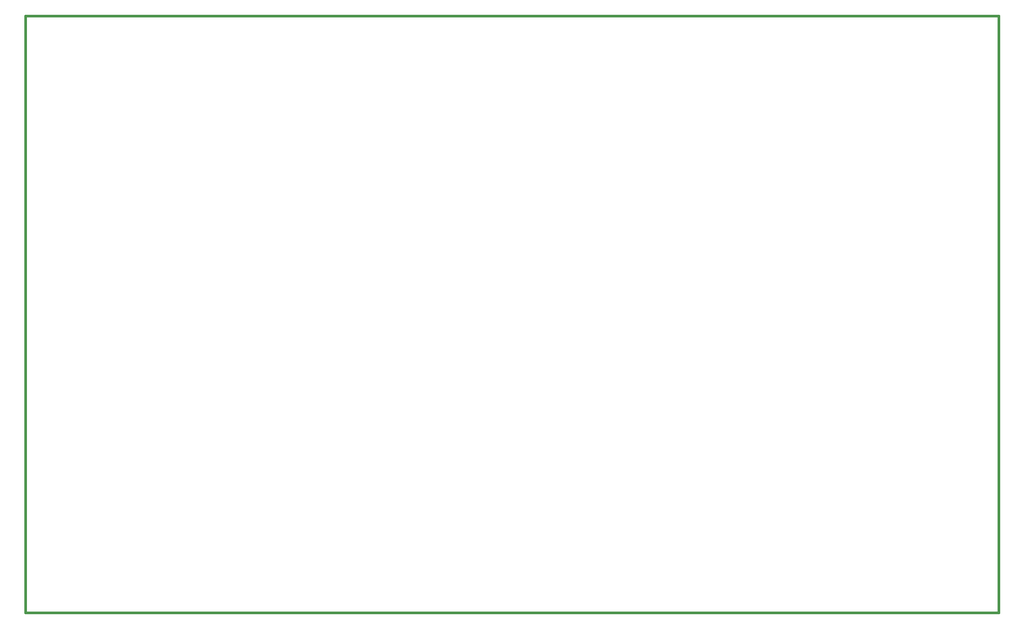
<source format=gbr>
G04 (created by PCBNEW (2013-03-19 BZR 4004)-stable) date 17.12.2013 14:30:56*
%MOIN*%
G04 Gerber Fmt 3.4, Leading zero omitted, Abs format*
%FSLAX34Y34*%
G01*
G70*
G90*
G04 APERTURE LIST*
%ADD10C,2.3622e-006*%
%ADD11C,0.015*%
G04 APERTURE END LIST*
G54D10*
G54D11*
X29527Y-47992D02*
X29527Y-10314D01*
X90866Y-47992D02*
X29527Y-47992D01*
X90866Y-10314D02*
X90866Y-47992D01*
X29566Y-10314D02*
X90866Y-10314D01*
M02*

</source>
